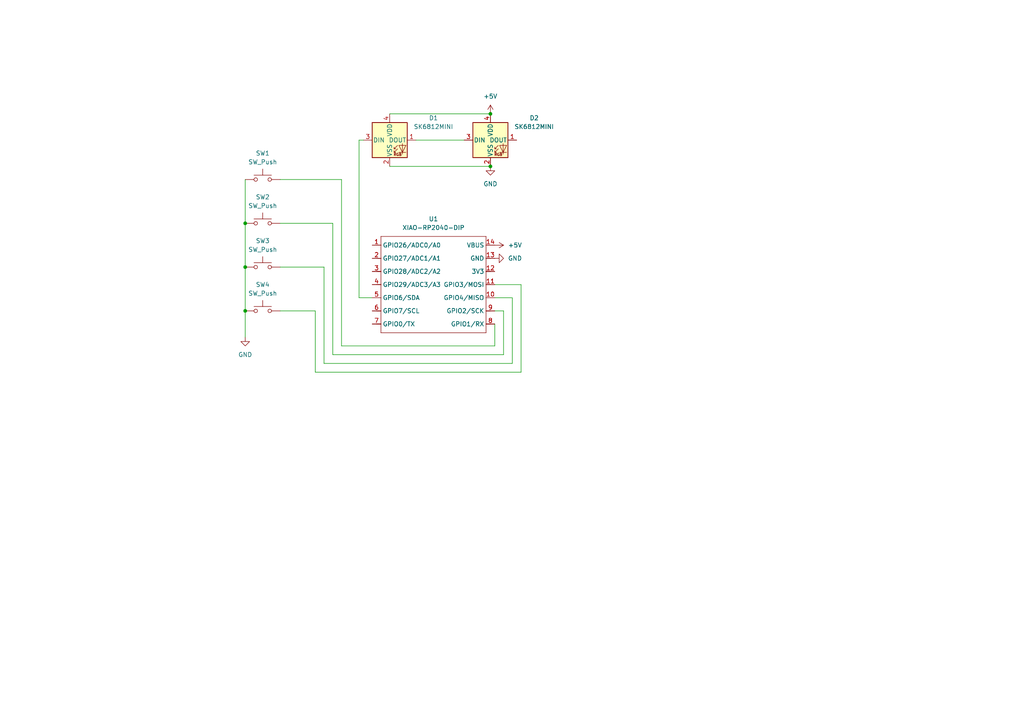
<source format=kicad_sch>
(kicad_sch (version 20250114) (generator "eeschema") (generator_version "9.0")
  (paper "A4")
  (lib_symbols
    (symbol "LED:SK6812MINI" (pin_names (offset 0.254))
      (property "Reference" "D" (at 5.08 5.715 0))
      (property "Value" "SK6812MINI" (at 1.27 -5.715 0))
      (symbol "SK6812MINI_0_0"
        (text "RGB" (at 2.286 -4.191 0) (effects (font (size 0.762 0.762))))
      )
      (symbol "SK6812MINI_0_1"
        (polyline (pts (xy 1.27 -2.54) (xy 1.778 -2.54)))
        (polyline (pts (xy 1.27 -3.556) (xy 1.778 -3.556)))
        (polyline (pts (xy 2.286 -1.524) (xy 1.27 -2.54) (xy 1.27 -2.032)))
        (polyline (pts (xy 2.286 -2.54) (xy 1.27 -3.556) (xy 1.27 -3.048)))
        (polyline (pts (xy 3.683 -1.016) (xy 3.683 -3.556) (xy 3.683 -4.064)))
        (polyline (pts (xy 4.699 -1.524) (xy 2.667 -1.524) (xy 3.683 -3.556) (xy 4.699 -1.524)))
        (polyline (pts (xy 4.699 -3.556) (xy 2.667 -3.556)))
        (rectangle (start 5.08 5.08) (end -5.08 -5.08) (stroke (width 0.254)) (fill (type background)))
      )
      (symbol "SK6812MINI_1_1"
        (pin input line (at -7.62 0 0) (length 2.54) (name "DIN") (number "3"))
        (pin power_in line (at 0 7.62 270) (length 2.54) (name "VDD") (number "4"))
        (pin power_in line (at 0 -7.62 90) (length 2.54) (name "VSS") (number "2"))
        (pin output line (at 7.62 0 180) (length 2.54) (name "DOUT") (number "1"))
      )
    )
    (symbol "OPL:XIAO-RP2040-DIP"
      (property "Reference" "U" (at 0 0 0))
      (property "Value" "XIAO-RP2040-DIP" (at 5.334 -1.778 0))
      (symbol "XIAO-RP2040-DIP_1_0"
        (polyline (pts (xy -1.27 -2.54) (xy 29.21 -2.54)) (stroke (width 0.1524)))
        (polyline (pts (xy -1.27 -5.08) (xy -2.54 -5.08)) (stroke (width 0.1524)))
        (polyline (pts (xy -1.27 -5.08) (xy -1.27 -2.54)) (stroke (width 0.1524)))
        (polyline (pts (xy -1.27 -8.89) (xy -2.54 -8.89)) (stroke (width 0.1524)))
        (polyline (pts (xy -1.27 -8.89) (xy -1.27 -5.08)) (stroke (width 0.1524)))
        (polyline (pts (xy -1.27 -12.7) (xy -2.54 -12.7)) (stroke (width 0.1524)))
        (polyline (pts (xy -1.27 -12.7) (xy -1.27 -8.89)) (stroke (width 0.1524)))
        (polyline (pts (xy -1.27 -16.51) (xy -2.54 -16.51)) (stroke (width 0.1524)))
        (polyline (pts (xy -1.27 -16.51) (xy -1.27 -12.7)) (stroke (width 0.1524)))
        (polyline (pts (xy -1.27 -20.32) (xy -2.54 -20.32)) (stroke (width 0.1524)))
        (polyline (pts (xy -1.27 -24.13) (xy -2.54 -24.13)) (stroke (width 0.1524)))
        (polyline (pts (xy -1.27 -27.94) (xy -2.54 -27.94)) (stroke (width 0.1524)))
        (polyline (pts (xy -1.27 -30.48) (xy -1.27 -16.51)) (stroke (width 0.1524)))
        (polyline (pts (xy 29.21 -2.54) (xy 29.21 -5.08)) (stroke (width 0.1524)))
        (polyline (pts (xy 29.21 -5.08) (xy 29.21 -8.89)) (stroke (width 0.1524)))
        (polyline (pts (xy 29.21 -8.89) (xy 29.21 -12.7)) (stroke (width 0.1524)))
        (polyline (pts (xy 29.21 -12.7) (xy 29.21 -30.48)) (stroke (width 0.1524)))
        (polyline (pts (xy 29.21 -30.48) (xy -1.27 -30.48)) (stroke (width 0.1524)))
        (polyline (pts (xy 30.48 -5.08) (xy 29.21 -5.08)) (stroke (width 0.1524)))
        (polyline (pts (xy 30.48 -8.89) (xy 29.21 -8.89)) (stroke (width 0.1524)))
        (polyline (pts (xy 30.48 -12.7) (xy 29.21 -12.7)) (stroke (width 0.1524)))
        (polyline (pts (xy 30.48 -16.51) (xy 29.21 -16.51)) (stroke (width 0.1524)))
        (polyline (pts (xy 30.48 -20.32) (xy 29.21 -20.32)) (stroke (width 0.1524)))
        (polyline (pts (xy 30.48 -24.13) (xy 29.21 -24.13)) (stroke (width 0.1524)))
        (polyline (pts (xy 30.48 -27.94) (xy 29.21 -27.94)) (stroke (width 0.1524)))
        (pin passive line (at -3.81 -5.08 0) (length 2.54) (name "GPIO26/ADC0/A0") (number "1"))
        (pin passive line (at -3.81 -8.89 0) (length 2.54) (name "GPIO27/ADC1/A1") (number "2"))
        (pin passive line (at -3.81 -12.7 0) (length 2.54) (name "GPIO28/ADC2/A2") (number "3"))
        (pin passive line (at -3.81 -16.51 0) (length 2.54) (name "GPIO29/ADC3/A3") (number "4"))
        (pin passive line (at -3.81 -20.32 0) (length 2.54) (name "GPIO6/SDA") (number "5"))
        (pin passive line (at -3.81 -24.13 0) (length 2.54) (name "GPIO7/SCL") (number "6"))
        (pin passive line (at -3.81 -27.94 0) (length 2.54) (name "GPIO0/TX") (number "7"))
        (pin passive line (at 31.75 -5.08 180) (length 2.54) (name "VBUS") (number "14"))
        (pin passive line (at 31.75 -8.89 180) (length 2.54) (name "GND") (number "13"))
        (pin passive line (at 31.75 -12.7 180) (length 2.54) (name "3V3") (number "12"))
        (pin passive line (at 31.75 -16.51 180) (length 2.54) (name "GPIO3/MOSI") (number "11"))
        (pin passive line (at 31.75 -20.32 180) (length 2.54) (name "GPIO4/MISO") (number "10"))
        (pin passive line (at 31.75 -24.13 180) (length 2.54) (name "GPIO2/SCK") (number "9"))
        (pin passive line (at 31.75 -27.94 180) (length 2.54) (name "GPIO1/RX") (number "8"))
      )
    )
    (symbol "Switch:SW_Push" (pin_numbers (hide yes)) (pin_names (offset 1.016) (hide yes))
      (property "Reference" "SW" (at 1.27 2.54 0))
      (property "Value" "SW_Push" (at 0 -1.524 0))
      (symbol "SW_Push_0_1"
        (circle (center -2.032 0) (radius 0.508))
        (polyline (pts (xy 0 1.27) (xy 0 3.048)))
        (circle (center 2.032 0) (radius 0.508))
        (polyline (pts (xy 2.54 1.27) (xy -2.54 1.27)))
        (pin passive line (at -5.08 0 0) (length 2.54) (name "1") (number "1"))
        (pin passive line (at 5.08 0 180) (length 2.54) (name "2") (number "2"))
      )
    )
    (symbol "power:+5V" (power) (pin_numbers (hide yes)) (pin_names (offset 0) (hide yes))
      (property "Value" "+5V" (at 0 3.556 0))
      (symbol "+5V_0_1"
        (polyline (pts (xy -0.762 1.27) (xy 0 2.54)))
        (polyline (pts (xy 0 2.54) (xy 0.762 1.27)))
        (polyline (pts (xy 0 0) (xy 0 2.54)))
      )
      (symbol "+5V_1_1"
        (pin power_in line (at 0 0 90) (length 0) (name "~") (number "1"))
      )
    )
    (symbol "power:GND" (power) (pin_numbers (hide yes)) (pin_names (offset 0) (hide yes))
      (property "Value" "GND" (at 0 -3.81 0))
      (symbol "GND_0_1"
        (polyline (pts (xy 0 0) (xy 0 -1.27) (xy 1.27 -1.27) (xy 0 -2.54) (xy -1.27 -1.27) (xy 0 -1.27)))
      )
      (symbol "GND_1_1"
        (pin power_in line (at 0 0 270) (length 0) (name "~") (number "1"))
      )
    )
  )
  (junction (at 142.24 48.26))
  (junction (at 71.12 64.77))
  (junction (at 142.24 33.02))
  (junction (at 71.12 77.47))
  (junction (at 71.12 90.17))
  (wire (pts (xy 143.51 86.36) (xy 148.59 86.36)))
  (wire (pts (xy 93.98 105.41) (xy 148.59 105.41)))
  (wire (pts (xy 71.12 64.77) (xy 71.12 77.47)))
  (wire (pts (xy 151.13 107.95) (xy 151.13 82.55)))
  (wire (pts (xy 91.44 107.95) (xy 151.13 107.95)))
  (wire (pts (xy 71.12 77.47) (xy 71.12 90.17)))
  (wire (pts (xy 120.65 40.64) (xy 134.62 40.64)))
  (wire (pts (xy 143.51 93.98) (xy 143.51 100.33)))
  (wire (pts (xy 146.05 90.17) (xy 143.51 90.17)))
  (wire (pts (xy 99.06 52.07) (xy 99.06 100.33)))
  (wire (pts (xy 71.12 52.07) (xy 71.12 64.77)))
  (wire (pts (xy 81.28 90.17) (xy 91.44 90.17)))
  (wire (pts (xy 96.52 64.77) (xy 96.52 102.87)))
  (wire (pts (xy 81.28 52.07) (xy 99.06 52.07)))
  (wire (pts (xy 81.28 64.77) (xy 96.52 64.77)))
  (wire (pts (xy 93.98 77.47) (xy 93.98 105.41)))
  (wire (pts (xy 99.06 100.33) (xy 143.51 100.33)))
  (wire (pts (xy 96.52 102.87) (xy 146.05 102.87)))
  (wire (pts (xy 146.05 102.87) (xy 146.05 90.17)))
  (wire (pts (xy 151.13 82.55) (xy 143.51 82.55)))
  (wire (pts (xy 71.12 90.17) (xy 71.12 97.79)))
  (wire (pts (xy 148.59 105.41) (xy 148.59 86.36)))
  (wire (pts (xy 104.14 40.64) (xy 104.14 86.36)))
  (wire (pts (xy 113.03 33.02) (xy 142.24 33.02)))
  (wire (pts (xy 81.28 77.47) (xy 93.98 77.47)))
  (wire (pts (xy 113.03 48.26) (xy 142.24 48.26)))
  (wire (pts (xy 105.41 40.64) (xy 104.14 40.64)))
  (wire (pts (xy 91.44 90.17) (xy 91.44 107.95)))
  (wire (pts (xy 104.14 86.36) (xy 107.95 86.36)))
  (symbol (lib_id "power:GND") (at 143.51 74.93 90) (unit 1)
    (property "Reference" "#PWR02" (effects (hide yes)))
    (property "Value" "GND" (at 147.32 74.9299 90) (effects (justify right)))
    (property "Description" "Power symbol creates a global label with name \"GND\" , ground" (effects (hide yes)))
  )
  (symbol (lib_id "Switch:SW_Push") (at 76.2 52.07 0) (unit 1)
    (property "Reference" "SW1" (at 76.2 44.45 0))
    (property "Value" "SW_Push" (at 76.2 46.99 0))
    (property "Footprint" "Button_Switch_Keyboard:SW_Cherry_MX_1.00u_PCB" (effects (hide yes)))
    (property "Description" "Push button switch, generic, two pins" (effects (hide yes)))
  )
  (symbol (lib_id "LED:SK6812MINI") (at 142.24 40.64 0) (unit 1)
    (property "Reference" "D2" (at 154.94 34.2198 0))
    (property "Value" "SK6812MINI" (at 154.94 36.7598 0))
    (property "Footprint" "LED_SMD:LED_SK6812MINI_PLCC4_3.5x3.5mm_P1.75mm" (effects (hide yes)))
    (property "Datasheet" "https://cdn-shop.adafruit.com/product-files/2686/SK6812MINI_REV.01-1-2.pdf" (effects (hide yes)))
    (property "Description" "RGB LED with integrated controller" (effects (hide yes)))
  )
  (symbol (lib_id "Switch:SW_Push") (at 76.2 90.17 0) (unit 1)
    (property "Reference" "SW4" (at 76.2 82.55 0))
    (property "Value" "SW_Push" (at 76.2 85.09 0))
    (property "Footprint" "Button_Switch_Keyboard:SW_Cherry_MX_1.00u_PCB" (effects (hide yes)))
    (property "Description" "Push button switch, generic, two pins" (effects (hide yes)))
  )
  (symbol (lib_id "LED:SK6812MINI") (at 113.03 40.64 0) (unit 1)
    (property "Reference" "D1" (at 125.73 34.2198 0))
    (property "Value" "SK6812MINI" (at 125.73 36.7598 0))
    (property "Footprint" "LED_SMD:LED_SK6812MINI_PLCC4_3.5x3.5mm_P1.75mm" (effects (hide yes)))
    (property "Datasheet" "https://cdn-shop.adafruit.com/product-files/2686/SK6812MINI_REV.01-1-2.pdf" (effects (hide yes)))
    (property "Description" "RGB LED with integrated controller" (effects (hide yes)))
  )
  (symbol (lib_id "power:+5V") (at 142.24 33.02 0) (unit 1)
    (property "Reference" "#PWR05" (effects (hide yes)))
    (property "Value" "+5V" (at 142.24 27.94 0))
    (property "Description" "Power symbol creates a global label with name \"+5V\"" (effects (hide yes)))
  )
  (symbol (lib_id "power:GND") (at 71.12 97.79 0) (unit 1)
    (property "Reference" "#PWR01" (effects (hide yes)))
    (property "Value" "GND" (at 71.12 102.87 0))
    (property "Description" "Power symbol creates a global label with name \"GND\" , ground" (effects (hide yes)))
  )
  (symbol (lib_id "power:GND") (at 142.24 48.26 0) (unit 1)
    (property "Reference" "#PWR03" (effects (hide yes)))
    (property "Value" "GND" (at 142.24 53.34 0))
    (property "Description" "Power symbol creates a global label with name \"GND\" , ground" (effects (hide yes)))
  )
  (symbol (lib_id "Switch:SW_Push") (at 76.2 64.77 0) (unit 1)
    (property "Reference" "SW2" (at 76.2 57.15 0))
    (property "Value" "SW_Push" (at 76.2 59.69 0))
    (property "Footprint" "Button_Switch_Keyboard:SW_Cherry_MX_1.00u_PCB" (effects (hide yes)))
    (property "Description" "Push button switch, generic, two pins" (effects (hide yes)))
  )
  (symbol (lib_id "OPL:XIAO-RP2040-DIP") (at 111.76 66.04 0) (unit 1)
    (property "Reference" "U1" (at 125.73 63.5 0))
    (property "Value" "XIAO-RP2040-DIP" (at 125.73 66.04 0))
    (property "Footprint" "OPL:XIAO-RP2040-DIP" (effects (hide yes)))
  )
  (symbol (lib_id "Switch:SW_Push") (at 76.2 77.47 0) (unit 1)
    (property "Reference" "SW3" (at 76.2 69.85 0))
    (property "Value" "SW_Push" (at 76.2 72.39 0))
    (property "Footprint" "Button_Switch_Keyboard:SW_Cherry_MX_1.00u_PCB" (effects (hide yes)))
    (property "Description" "Push button switch, generic, two pins" (effects (hide yes)))
  )
  (symbol (lib_id "power:+5V") (at 143.51 71.12 270) (unit 1)
    (property "Reference" "#PWR04" (effects (hide yes)))
    (property "Value" "+5V" (at 147.32 71.1199 90) (effects (justify left)))
    (property "Description" "Power symbol creates a global label with name \"+5V\"" (effects (hide yes)))
  )
)
</source>
